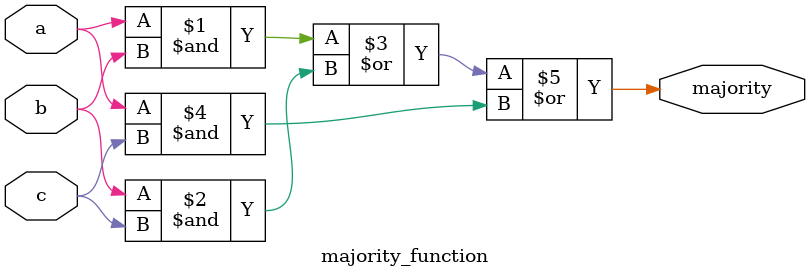
<source format=v>
module majority_function (
    input a, b, c,
    output majority
);
    assign majority = (a & b) | (b & c) | (a & c);
endmodule

</source>
